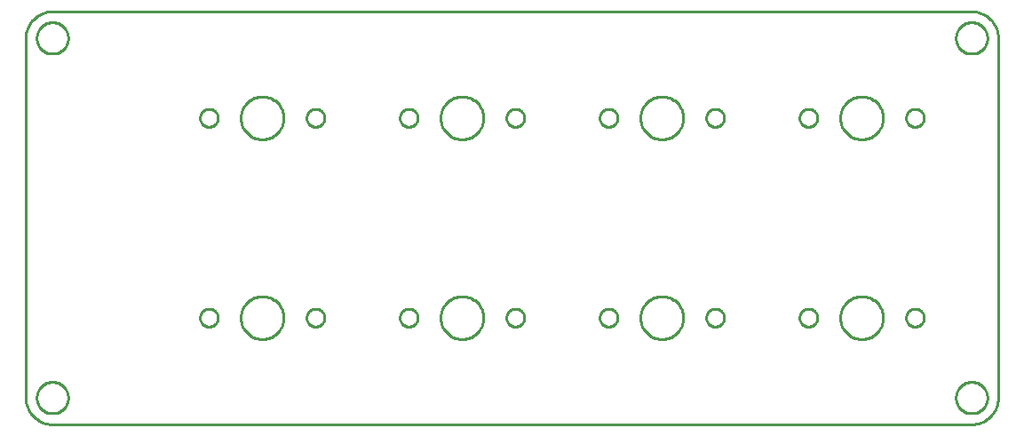
<source format=gbr>
G04 EAGLE Gerber RS-274X export*
G75*
%MOMM*%
%FSLAX34Y34*%
%LPD*%
%IN*%
%IPPOS*%
%AMOC8*
5,1,8,0,0,1.08239X$1,22.5*%
G01*
%ADD10C,0.254000*%


D10*
X0Y24999D02*
X95Y22820D01*
X380Y20658D01*
X852Y18529D01*
X1508Y16449D01*
X2342Y14434D01*
X3349Y12499D01*
X4521Y10660D01*
X5849Y8930D01*
X7322Y7322D01*
X8930Y5849D01*
X10660Y4521D01*
X12499Y3349D01*
X14434Y2342D01*
X16449Y1508D01*
X18529Y852D01*
X20658Y380D01*
X22820Y95D01*
X24999Y0D01*
X901976Y0D01*
X904155Y95D01*
X906317Y380D01*
X908446Y852D01*
X910526Y1508D01*
X912541Y2342D01*
X914476Y3349D01*
X916315Y4521D01*
X918045Y5849D01*
X919653Y7322D01*
X921126Y8930D01*
X922454Y10660D01*
X923626Y12499D01*
X924633Y14434D01*
X925467Y16449D01*
X926123Y18529D01*
X926595Y20658D01*
X926880Y22820D01*
X926975Y24999D01*
X926975Y368601D01*
X926880Y370780D01*
X926595Y372942D01*
X926123Y375071D01*
X925467Y377151D01*
X924633Y379166D01*
X923626Y381101D01*
X922454Y382940D01*
X921126Y384670D01*
X919653Y386278D01*
X918045Y387751D01*
X916315Y389079D01*
X914476Y390251D01*
X912541Y391258D01*
X910526Y392092D01*
X908446Y392748D01*
X906317Y393220D01*
X904155Y393505D01*
X901976Y393600D01*
X24999Y393600D01*
X22820Y393505D01*
X20658Y393220D01*
X18529Y392748D01*
X16449Y392092D01*
X14434Y391258D01*
X12499Y390251D01*
X10660Y389079D01*
X8930Y387751D01*
X7322Y386278D01*
X5849Y384670D01*
X4521Y382940D01*
X3349Y381101D01*
X2342Y379166D01*
X1508Y377151D01*
X852Y375071D01*
X380Y372942D01*
X95Y370780D01*
X0Y368601D01*
X0Y24999D01*
X40386Y367765D02*
X40310Y366697D01*
X40157Y365638D01*
X39930Y364592D01*
X39628Y363564D01*
X39254Y362561D01*
X38809Y361588D01*
X38296Y360648D01*
X37718Y359748D01*
X37076Y358891D01*
X36375Y358082D01*
X35618Y357325D01*
X34809Y356624D01*
X33952Y355982D01*
X33052Y355404D01*
X32112Y354891D01*
X31139Y354446D01*
X30136Y354072D01*
X29109Y353770D01*
X28063Y353543D01*
X27003Y353390D01*
X25935Y353314D01*
X24865Y353314D01*
X23797Y353390D01*
X22738Y353543D01*
X21692Y353770D01*
X20664Y354072D01*
X19661Y354446D01*
X18688Y354891D01*
X17748Y355404D01*
X16848Y355982D01*
X15991Y356624D01*
X15182Y357325D01*
X14425Y358082D01*
X13724Y358891D01*
X13082Y359748D01*
X12504Y360648D01*
X11991Y361588D01*
X11546Y362561D01*
X11172Y363564D01*
X10870Y364592D01*
X10643Y365638D01*
X10490Y366697D01*
X10414Y367765D01*
X10414Y368835D01*
X10490Y369903D01*
X10643Y370963D01*
X10870Y372009D01*
X11172Y373036D01*
X11546Y374039D01*
X11991Y375012D01*
X12504Y375952D01*
X13082Y376852D01*
X13724Y377709D01*
X14425Y378518D01*
X15182Y379275D01*
X15991Y379976D01*
X16848Y380618D01*
X17748Y381196D01*
X18688Y381709D01*
X19661Y382154D01*
X20664Y382528D01*
X21692Y382830D01*
X22738Y383057D01*
X23797Y383210D01*
X24865Y383286D01*
X25935Y383286D01*
X27003Y383210D01*
X28063Y383057D01*
X29109Y382830D01*
X30136Y382528D01*
X31139Y382154D01*
X32112Y381709D01*
X33052Y381196D01*
X33952Y380618D01*
X34809Y379976D01*
X35618Y379275D01*
X36375Y378518D01*
X37076Y377709D01*
X37718Y376852D01*
X38296Y375952D01*
X38809Y375012D01*
X39254Y374039D01*
X39628Y373036D01*
X39930Y372009D01*
X40157Y370963D01*
X40310Y369903D01*
X40386Y368835D01*
X40386Y367765D01*
X40386Y24865D02*
X40310Y23797D01*
X40157Y22738D01*
X39930Y21692D01*
X39628Y20664D01*
X39254Y19661D01*
X38809Y18688D01*
X38296Y17748D01*
X37718Y16848D01*
X37076Y15991D01*
X36375Y15182D01*
X35618Y14425D01*
X34809Y13724D01*
X33952Y13082D01*
X33052Y12504D01*
X32112Y11991D01*
X31139Y11546D01*
X30136Y11172D01*
X29109Y10870D01*
X28063Y10643D01*
X27003Y10490D01*
X25935Y10414D01*
X24865Y10414D01*
X23797Y10490D01*
X22738Y10643D01*
X21692Y10870D01*
X20664Y11172D01*
X19661Y11546D01*
X18688Y11991D01*
X17748Y12504D01*
X16848Y13082D01*
X15991Y13724D01*
X15182Y14425D01*
X14425Y15182D01*
X13724Y15991D01*
X13082Y16848D01*
X12504Y17748D01*
X11991Y18688D01*
X11546Y19661D01*
X11172Y20664D01*
X10870Y21692D01*
X10643Y22738D01*
X10490Y23797D01*
X10414Y24865D01*
X10414Y25935D01*
X10490Y27003D01*
X10643Y28063D01*
X10870Y29109D01*
X11172Y30136D01*
X11546Y31139D01*
X11991Y32112D01*
X12504Y33052D01*
X13082Y33952D01*
X13724Y34809D01*
X14425Y35618D01*
X15182Y36375D01*
X15991Y37076D01*
X16848Y37718D01*
X17748Y38296D01*
X18688Y38809D01*
X19661Y39254D01*
X20664Y39628D01*
X21692Y39930D01*
X22738Y40157D01*
X23797Y40310D01*
X24865Y40386D01*
X25935Y40386D01*
X27003Y40310D01*
X28063Y40157D01*
X29109Y39930D01*
X30136Y39628D01*
X31139Y39254D01*
X32112Y38809D01*
X33052Y38296D01*
X33952Y37718D01*
X34809Y37076D01*
X35618Y36375D01*
X36375Y35618D01*
X37076Y34809D01*
X37718Y33952D01*
X38296Y33052D01*
X38809Y32112D01*
X39254Y31139D01*
X39628Y30136D01*
X39930Y29109D01*
X40157Y28063D01*
X40310Y27003D01*
X40386Y25935D01*
X40386Y24865D01*
X916686Y367765D02*
X916610Y366697D01*
X916457Y365638D01*
X916230Y364592D01*
X915928Y363564D01*
X915554Y362561D01*
X915109Y361588D01*
X914596Y360648D01*
X914018Y359748D01*
X913376Y358891D01*
X912675Y358082D01*
X911918Y357325D01*
X911109Y356624D01*
X910252Y355982D01*
X909352Y355404D01*
X908412Y354891D01*
X907439Y354446D01*
X906436Y354072D01*
X905409Y353770D01*
X904363Y353543D01*
X903303Y353390D01*
X902235Y353314D01*
X901165Y353314D01*
X900097Y353390D01*
X899038Y353543D01*
X897992Y353770D01*
X896964Y354072D01*
X895961Y354446D01*
X894988Y354891D01*
X894048Y355404D01*
X893148Y355982D01*
X892291Y356624D01*
X891482Y357325D01*
X890725Y358082D01*
X890024Y358891D01*
X889382Y359748D01*
X888804Y360648D01*
X888291Y361588D01*
X887846Y362561D01*
X887472Y363564D01*
X887170Y364592D01*
X886943Y365638D01*
X886790Y366697D01*
X886714Y367765D01*
X886714Y368835D01*
X886790Y369903D01*
X886943Y370963D01*
X887170Y372009D01*
X887472Y373036D01*
X887846Y374039D01*
X888291Y375012D01*
X888804Y375952D01*
X889382Y376852D01*
X890024Y377709D01*
X890725Y378518D01*
X891482Y379275D01*
X892291Y379976D01*
X893148Y380618D01*
X894048Y381196D01*
X894988Y381709D01*
X895961Y382154D01*
X896964Y382528D01*
X897992Y382830D01*
X899038Y383057D01*
X900097Y383210D01*
X901165Y383286D01*
X902235Y383286D01*
X903303Y383210D01*
X904363Y383057D01*
X905409Y382830D01*
X906436Y382528D01*
X907439Y382154D01*
X908412Y381709D01*
X909352Y381196D01*
X910252Y380618D01*
X911109Y379976D01*
X911918Y379275D01*
X912675Y378518D01*
X913376Y377709D01*
X914018Y376852D01*
X914596Y375952D01*
X915109Y375012D01*
X915554Y374039D01*
X915928Y373036D01*
X916230Y372009D01*
X916457Y370963D01*
X916610Y369903D01*
X916686Y368835D01*
X916686Y367765D01*
X916686Y24865D02*
X916610Y23797D01*
X916457Y22738D01*
X916230Y21692D01*
X915928Y20664D01*
X915554Y19661D01*
X915109Y18688D01*
X914596Y17748D01*
X914018Y16848D01*
X913376Y15991D01*
X912675Y15182D01*
X911918Y14425D01*
X911109Y13724D01*
X910252Y13082D01*
X909352Y12504D01*
X908412Y11991D01*
X907439Y11546D01*
X906436Y11172D01*
X905409Y10870D01*
X904363Y10643D01*
X903303Y10490D01*
X902235Y10414D01*
X901165Y10414D01*
X900097Y10490D01*
X899038Y10643D01*
X897992Y10870D01*
X896964Y11172D01*
X895961Y11546D01*
X894988Y11991D01*
X894048Y12504D01*
X893148Y13082D01*
X892291Y13724D01*
X891482Y14425D01*
X890725Y15182D01*
X890024Y15991D01*
X889382Y16848D01*
X888804Y17748D01*
X888291Y18688D01*
X887846Y19661D01*
X887472Y20664D01*
X887170Y21692D01*
X886943Y22738D01*
X886790Y23797D01*
X886714Y24865D01*
X886714Y25935D01*
X886790Y27003D01*
X886943Y28063D01*
X887170Y29109D01*
X887472Y30136D01*
X887846Y31139D01*
X888291Y32112D01*
X888804Y33052D01*
X889382Y33952D01*
X890024Y34809D01*
X890725Y35618D01*
X891482Y36375D01*
X892291Y37076D01*
X893148Y37718D01*
X894048Y38296D01*
X894988Y38809D01*
X895961Y39254D01*
X896964Y39628D01*
X897992Y39930D01*
X899038Y40157D01*
X900097Y40310D01*
X901165Y40386D01*
X902235Y40386D01*
X903303Y40310D01*
X904363Y40157D01*
X905409Y39930D01*
X906436Y39628D01*
X907439Y39254D01*
X908412Y38809D01*
X909352Y38296D01*
X910252Y37718D01*
X911109Y37076D01*
X911918Y36375D01*
X912675Y35618D01*
X913376Y34809D01*
X914018Y33952D01*
X914596Y33052D01*
X915109Y32112D01*
X915554Y31139D01*
X915928Y30136D01*
X916230Y29109D01*
X916457Y28063D01*
X916610Y27003D01*
X916686Y25935D01*
X916686Y24865D01*
X245872Y291482D02*
X245797Y290249D01*
X245648Y289022D01*
X245426Y287807D01*
X245130Y286607D01*
X244762Y285427D01*
X244324Y284272D01*
X243817Y283145D01*
X243243Y282051D01*
X242604Y280993D01*
X241902Y279976D01*
X241140Y279004D01*
X240320Y278079D01*
X239446Y277205D01*
X238521Y276386D01*
X237549Y275623D01*
X236532Y274921D01*
X235474Y274282D01*
X234380Y273708D01*
X233253Y273201D01*
X232098Y272763D01*
X230918Y272395D01*
X229718Y272099D01*
X228503Y271877D01*
X227276Y271728D01*
X226043Y271653D01*
X224807Y271653D01*
X223574Y271728D01*
X222347Y271877D01*
X221132Y272099D01*
X219932Y272395D01*
X218752Y272763D01*
X217597Y273201D01*
X216470Y273708D01*
X215376Y274282D01*
X214318Y274921D01*
X213301Y275623D01*
X212329Y276386D01*
X211404Y277205D01*
X210530Y278079D01*
X209711Y279004D01*
X208948Y279976D01*
X208246Y280993D01*
X207607Y282051D01*
X207033Y283145D01*
X206526Y284272D01*
X206088Y285427D01*
X205720Y286607D01*
X205424Y287807D01*
X205202Y289022D01*
X205053Y290249D01*
X204978Y291482D01*
X204978Y292718D01*
X205053Y293951D01*
X205202Y295178D01*
X205424Y296393D01*
X205720Y297593D01*
X206088Y298773D01*
X206526Y299928D01*
X207033Y301055D01*
X207607Y302149D01*
X208246Y303207D01*
X208948Y304224D01*
X209711Y305196D01*
X210530Y306121D01*
X211404Y306995D01*
X212329Y307815D01*
X213301Y308577D01*
X214318Y309279D01*
X215376Y309918D01*
X216470Y310492D01*
X217597Y310999D01*
X218752Y311437D01*
X219932Y311805D01*
X221132Y312101D01*
X222347Y312323D01*
X223574Y312472D01*
X224807Y312547D01*
X226043Y312547D01*
X227276Y312472D01*
X228503Y312323D01*
X229718Y312101D01*
X230918Y311805D01*
X232098Y311437D01*
X233253Y310999D01*
X234380Y310492D01*
X235474Y309918D01*
X236532Y309279D01*
X237549Y308577D01*
X238521Y307815D01*
X239446Y306995D01*
X240320Y306121D01*
X241140Y305196D01*
X241902Y304224D01*
X242604Y303207D01*
X243243Y302149D01*
X243817Y301055D01*
X244324Y299928D01*
X244762Y298773D01*
X245130Y297593D01*
X245426Y296393D01*
X245648Y295178D01*
X245797Y293951D01*
X245872Y292718D01*
X245872Y291482D01*
X183159Y291727D02*
X183094Y290985D01*
X182965Y290251D01*
X182772Y289531D01*
X182517Y288831D01*
X182202Y288156D01*
X181830Y287510D01*
X181402Y286900D01*
X180923Y286329D01*
X180396Y285802D01*
X179825Y285323D01*
X179215Y284895D01*
X178570Y284523D01*
X177894Y284208D01*
X177194Y283953D01*
X176474Y283760D01*
X175740Y283631D01*
X174998Y283566D01*
X174252Y283566D01*
X173510Y283631D01*
X172776Y283760D01*
X172056Y283953D01*
X171356Y284208D01*
X170681Y284523D01*
X170035Y284895D01*
X169425Y285323D01*
X168854Y285802D01*
X168327Y286329D01*
X167848Y286900D01*
X167420Y287510D01*
X167048Y288156D01*
X166733Y288831D01*
X166478Y289531D01*
X166285Y290251D01*
X166156Y290985D01*
X166091Y291727D01*
X166091Y292473D01*
X166156Y293215D01*
X166285Y293949D01*
X166478Y294669D01*
X166733Y295369D01*
X167048Y296045D01*
X167420Y296690D01*
X167848Y297300D01*
X168327Y297871D01*
X168854Y298398D01*
X169425Y298877D01*
X170035Y299305D01*
X170681Y299677D01*
X171356Y299992D01*
X172056Y300247D01*
X172776Y300440D01*
X173510Y300569D01*
X174252Y300634D01*
X174998Y300634D01*
X175740Y300569D01*
X176474Y300440D01*
X177194Y300247D01*
X177894Y299992D01*
X178570Y299677D01*
X179215Y299305D01*
X179825Y298877D01*
X180396Y298398D01*
X180923Y297871D01*
X181402Y297300D01*
X181830Y296690D01*
X182202Y296045D01*
X182517Y295369D01*
X182772Y294669D01*
X182965Y293949D01*
X183094Y293215D01*
X183159Y292473D01*
X183159Y291727D01*
X284759Y291727D02*
X284694Y290985D01*
X284565Y290251D01*
X284372Y289531D01*
X284117Y288831D01*
X283802Y288156D01*
X283430Y287510D01*
X283002Y286900D01*
X282523Y286329D01*
X281996Y285802D01*
X281425Y285323D01*
X280815Y284895D01*
X280170Y284523D01*
X279494Y284208D01*
X278794Y283953D01*
X278074Y283760D01*
X277340Y283631D01*
X276598Y283566D01*
X275852Y283566D01*
X275110Y283631D01*
X274376Y283760D01*
X273656Y283953D01*
X272956Y284208D01*
X272281Y284523D01*
X271635Y284895D01*
X271025Y285323D01*
X270454Y285802D01*
X269927Y286329D01*
X269448Y286900D01*
X269020Y287510D01*
X268648Y288156D01*
X268333Y288831D01*
X268078Y289531D01*
X267885Y290251D01*
X267756Y290985D01*
X267691Y291727D01*
X267691Y292473D01*
X267756Y293215D01*
X267885Y293949D01*
X268078Y294669D01*
X268333Y295369D01*
X268648Y296045D01*
X269020Y296690D01*
X269448Y297300D01*
X269927Y297871D01*
X270454Y298398D01*
X271025Y298877D01*
X271635Y299305D01*
X272281Y299677D01*
X272956Y299992D01*
X273656Y300247D01*
X274376Y300440D01*
X275110Y300569D01*
X275852Y300634D01*
X276598Y300634D01*
X277340Y300569D01*
X278074Y300440D01*
X278794Y300247D01*
X279494Y299992D01*
X280170Y299677D01*
X280815Y299305D01*
X281425Y298877D01*
X281996Y298398D01*
X282523Y297871D01*
X283002Y297300D01*
X283430Y296690D01*
X283802Y296045D01*
X284117Y295369D01*
X284372Y294669D01*
X284565Y293949D01*
X284694Y293215D01*
X284759Y292473D01*
X284759Y291727D01*
X436372Y291482D02*
X436297Y290249D01*
X436148Y289022D01*
X435926Y287807D01*
X435630Y286607D01*
X435262Y285427D01*
X434824Y284272D01*
X434317Y283145D01*
X433743Y282051D01*
X433104Y280993D01*
X432402Y279976D01*
X431640Y279004D01*
X430820Y278079D01*
X429946Y277205D01*
X429021Y276386D01*
X428049Y275623D01*
X427032Y274921D01*
X425974Y274282D01*
X424880Y273708D01*
X423753Y273201D01*
X422598Y272763D01*
X421418Y272395D01*
X420218Y272099D01*
X419003Y271877D01*
X417776Y271728D01*
X416543Y271653D01*
X415307Y271653D01*
X414074Y271728D01*
X412847Y271877D01*
X411632Y272099D01*
X410432Y272395D01*
X409252Y272763D01*
X408097Y273201D01*
X406970Y273708D01*
X405876Y274282D01*
X404818Y274921D01*
X403801Y275623D01*
X402829Y276386D01*
X401904Y277205D01*
X401030Y278079D01*
X400211Y279004D01*
X399448Y279976D01*
X398746Y280993D01*
X398107Y282051D01*
X397533Y283145D01*
X397026Y284272D01*
X396588Y285427D01*
X396220Y286607D01*
X395924Y287807D01*
X395702Y289022D01*
X395553Y290249D01*
X395478Y291482D01*
X395478Y292718D01*
X395553Y293951D01*
X395702Y295178D01*
X395924Y296393D01*
X396220Y297593D01*
X396588Y298773D01*
X397026Y299928D01*
X397533Y301055D01*
X398107Y302149D01*
X398746Y303207D01*
X399448Y304224D01*
X400211Y305196D01*
X401030Y306121D01*
X401904Y306995D01*
X402829Y307815D01*
X403801Y308577D01*
X404818Y309279D01*
X405876Y309918D01*
X406970Y310492D01*
X408097Y310999D01*
X409252Y311437D01*
X410432Y311805D01*
X411632Y312101D01*
X412847Y312323D01*
X414074Y312472D01*
X415307Y312547D01*
X416543Y312547D01*
X417776Y312472D01*
X419003Y312323D01*
X420218Y312101D01*
X421418Y311805D01*
X422598Y311437D01*
X423753Y310999D01*
X424880Y310492D01*
X425974Y309918D01*
X427032Y309279D01*
X428049Y308577D01*
X429021Y307815D01*
X429946Y306995D01*
X430820Y306121D01*
X431640Y305196D01*
X432402Y304224D01*
X433104Y303207D01*
X433743Y302149D01*
X434317Y301055D01*
X434824Y299928D01*
X435262Y298773D01*
X435630Y297593D01*
X435926Y296393D01*
X436148Y295178D01*
X436297Y293951D01*
X436372Y292718D01*
X436372Y291482D01*
X373659Y291727D02*
X373594Y290985D01*
X373465Y290251D01*
X373272Y289531D01*
X373017Y288831D01*
X372702Y288156D01*
X372330Y287510D01*
X371902Y286900D01*
X371423Y286329D01*
X370896Y285802D01*
X370325Y285323D01*
X369715Y284895D01*
X369070Y284523D01*
X368394Y284208D01*
X367694Y283953D01*
X366974Y283760D01*
X366240Y283631D01*
X365498Y283566D01*
X364752Y283566D01*
X364010Y283631D01*
X363276Y283760D01*
X362556Y283953D01*
X361856Y284208D01*
X361181Y284523D01*
X360535Y284895D01*
X359925Y285323D01*
X359354Y285802D01*
X358827Y286329D01*
X358348Y286900D01*
X357920Y287510D01*
X357548Y288156D01*
X357233Y288831D01*
X356978Y289531D01*
X356785Y290251D01*
X356656Y290985D01*
X356591Y291727D01*
X356591Y292473D01*
X356656Y293215D01*
X356785Y293949D01*
X356978Y294669D01*
X357233Y295369D01*
X357548Y296045D01*
X357920Y296690D01*
X358348Y297300D01*
X358827Y297871D01*
X359354Y298398D01*
X359925Y298877D01*
X360535Y299305D01*
X361181Y299677D01*
X361856Y299992D01*
X362556Y300247D01*
X363276Y300440D01*
X364010Y300569D01*
X364752Y300634D01*
X365498Y300634D01*
X366240Y300569D01*
X366974Y300440D01*
X367694Y300247D01*
X368394Y299992D01*
X369070Y299677D01*
X369715Y299305D01*
X370325Y298877D01*
X370896Y298398D01*
X371423Y297871D01*
X371902Y297300D01*
X372330Y296690D01*
X372702Y296045D01*
X373017Y295369D01*
X373272Y294669D01*
X373465Y293949D01*
X373594Y293215D01*
X373659Y292473D01*
X373659Y291727D01*
X475259Y291727D02*
X475194Y290985D01*
X475065Y290251D01*
X474872Y289531D01*
X474617Y288831D01*
X474302Y288156D01*
X473930Y287510D01*
X473502Y286900D01*
X473023Y286329D01*
X472496Y285802D01*
X471925Y285323D01*
X471315Y284895D01*
X470670Y284523D01*
X469994Y284208D01*
X469294Y283953D01*
X468574Y283760D01*
X467840Y283631D01*
X467098Y283566D01*
X466352Y283566D01*
X465610Y283631D01*
X464876Y283760D01*
X464156Y283953D01*
X463456Y284208D01*
X462781Y284523D01*
X462135Y284895D01*
X461525Y285323D01*
X460954Y285802D01*
X460427Y286329D01*
X459948Y286900D01*
X459520Y287510D01*
X459148Y288156D01*
X458833Y288831D01*
X458578Y289531D01*
X458385Y290251D01*
X458256Y290985D01*
X458191Y291727D01*
X458191Y292473D01*
X458256Y293215D01*
X458385Y293949D01*
X458578Y294669D01*
X458833Y295369D01*
X459148Y296045D01*
X459520Y296690D01*
X459948Y297300D01*
X460427Y297871D01*
X460954Y298398D01*
X461525Y298877D01*
X462135Y299305D01*
X462781Y299677D01*
X463456Y299992D01*
X464156Y300247D01*
X464876Y300440D01*
X465610Y300569D01*
X466352Y300634D01*
X467098Y300634D01*
X467840Y300569D01*
X468574Y300440D01*
X469294Y300247D01*
X469994Y299992D01*
X470670Y299677D01*
X471315Y299305D01*
X471925Y298877D01*
X472496Y298398D01*
X473023Y297871D01*
X473502Y297300D01*
X473930Y296690D01*
X474302Y296045D01*
X474617Y295369D01*
X474872Y294669D01*
X475065Y293949D01*
X475194Y293215D01*
X475259Y292473D01*
X475259Y291727D01*
X626872Y291482D02*
X626797Y290249D01*
X626648Y289022D01*
X626426Y287807D01*
X626130Y286607D01*
X625762Y285427D01*
X625324Y284272D01*
X624817Y283145D01*
X624243Y282051D01*
X623604Y280993D01*
X622902Y279976D01*
X622140Y279004D01*
X621320Y278079D01*
X620446Y277205D01*
X619521Y276386D01*
X618549Y275623D01*
X617532Y274921D01*
X616474Y274282D01*
X615380Y273708D01*
X614253Y273201D01*
X613098Y272763D01*
X611918Y272395D01*
X610718Y272099D01*
X609503Y271877D01*
X608276Y271728D01*
X607043Y271653D01*
X605807Y271653D01*
X604574Y271728D01*
X603347Y271877D01*
X602132Y272099D01*
X600932Y272395D01*
X599752Y272763D01*
X598597Y273201D01*
X597470Y273708D01*
X596376Y274282D01*
X595318Y274921D01*
X594301Y275623D01*
X593329Y276386D01*
X592404Y277205D01*
X591530Y278079D01*
X590711Y279004D01*
X589948Y279976D01*
X589246Y280993D01*
X588607Y282051D01*
X588033Y283145D01*
X587526Y284272D01*
X587088Y285427D01*
X586720Y286607D01*
X586424Y287807D01*
X586202Y289022D01*
X586053Y290249D01*
X585978Y291482D01*
X585978Y292718D01*
X586053Y293951D01*
X586202Y295178D01*
X586424Y296393D01*
X586720Y297593D01*
X587088Y298773D01*
X587526Y299928D01*
X588033Y301055D01*
X588607Y302149D01*
X589246Y303207D01*
X589948Y304224D01*
X590711Y305196D01*
X591530Y306121D01*
X592404Y306995D01*
X593329Y307815D01*
X594301Y308577D01*
X595318Y309279D01*
X596376Y309918D01*
X597470Y310492D01*
X598597Y310999D01*
X599752Y311437D01*
X600932Y311805D01*
X602132Y312101D01*
X603347Y312323D01*
X604574Y312472D01*
X605807Y312547D01*
X607043Y312547D01*
X608276Y312472D01*
X609503Y312323D01*
X610718Y312101D01*
X611918Y311805D01*
X613098Y311437D01*
X614253Y310999D01*
X615380Y310492D01*
X616474Y309918D01*
X617532Y309279D01*
X618549Y308577D01*
X619521Y307815D01*
X620446Y306995D01*
X621320Y306121D01*
X622140Y305196D01*
X622902Y304224D01*
X623604Y303207D01*
X624243Y302149D01*
X624817Y301055D01*
X625324Y299928D01*
X625762Y298773D01*
X626130Y297593D01*
X626426Y296393D01*
X626648Y295178D01*
X626797Y293951D01*
X626872Y292718D01*
X626872Y291482D01*
X564159Y291727D02*
X564094Y290985D01*
X563965Y290251D01*
X563772Y289531D01*
X563517Y288831D01*
X563202Y288156D01*
X562830Y287510D01*
X562402Y286900D01*
X561923Y286329D01*
X561396Y285802D01*
X560825Y285323D01*
X560215Y284895D01*
X559570Y284523D01*
X558894Y284208D01*
X558194Y283953D01*
X557474Y283760D01*
X556740Y283631D01*
X555998Y283566D01*
X555252Y283566D01*
X554510Y283631D01*
X553776Y283760D01*
X553056Y283953D01*
X552356Y284208D01*
X551681Y284523D01*
X551035Y284895D01*
X550425Y285323D01*
X549854Y285802D01*
X549327Y286329D01*
X548848Y286900D01*
X548420Y287510D01*
X548048Y288156D01*
X547733Y288831D01*
X547478Y289531D01*
X547285Y290251D01*
X547156Y290985D01*
X547091Y291727D01*
X547091Y292473D01*
X547156Y293215D01*
X547285Y293949D01*
X547478Y294669D01*
X547733Y295369D01*
X548048Y296045D01*
X548420Y296690D01*
X548848Y297300D01*
X549327Y297871D01*
X549854Y298398D01*
X550425Y298877D01*
X551035Y299305D01*
X551681Y299677D01*
X552356Y299992D01*
X553056Y300247D01*
X553776Y300440D01*
X554510Y300569D01*
X555252Y300634D01*
X555998Y300634D01*
X556740Y300569D01*
X557474Y300440D01*
X558194Y300247D01*
X558894Y299992D01*
X559570Y299677D01*
X560215Y299305D01*
X560825Y298877D01*
X561396Y298398D01*
X561923Y297871D01*
X562402Y297300D01*
X562830Y296690D01*
X563202Y296045D01*
X563517Y295369D01*
X563772Y294669D01*
X563965Y293949D01*
X564094Y293215D01*
X564159Y292473D01*
X564159Y291727D01*
X665759Y291727D02*
X665694Y290985D01*
X665565Y290251D01*
X665372Y289531D01*
X665117Y288831D01*
X664802Y288156D01*
X664430Y287510D01*
X664002Y286900D01*
X663523Y286329D01*
X662996Y285802D01*
X662425Y285323D01*
X661815Y284895D01*
X661170Y284523D01*
X660494Y284208D01*
X659794Y283953D01*
X659074Y283760D01*
X658340Y283631D01*
X657598Y283566D01*
X656852Y283566D01*
X656110Y283631D01*
X655376Y283760D01*
X654656Y283953D01*
X653956Y284208D01*
X653281Y284523D01*
X652635Y284895D01*
X652025Y285323D01*
X651454Y285802D01*
X650927Y286329D01*
X650448Y286900D01*
X650020Y287510D01*
X649648Y288156D01*
X649333Y288831D01*
X649078Y289531D01*
X648885Y290251D01*
X648756Y290985D01*
X648691Y291727D01*
X648691Y292473D01*
X648756Y293215D01*
X648885Y293949D01*
X649078Y294669D01*
X649333Y295369D01*
X649648Y296045D01*
X650020Y296690D01*
X650448Y297300D01*
X650927Y297871D01*
X651454Y298398D01*
X652025Y298877D01*
X652635Y299305D01*
X653281Y299677D01*
X653956Y299992D01*
X654656Y300247D01*
X655376Y300440D01*
X656110Y300569D01*
X656852Y300634D01*
X657598Y300634D01*
X658340Y300569D01*
X659074Y300440D01*
X659794Y300247D01*
X660494Y299992D01*
X661170Y299677D01*
X661815Y299305D01*
X662425Y298877D01*
X662996Y298398D01*
X663523Y297871D01*
X664002Y297300D01*
X664430Y296690D01*
X664802Y296045D01*
X665117Y295369D01*
X665372Y294669D01*
X665565Y293949D01*
X665694Y293215D01*
X665759Y292473D01*
X665759Y291727D01*
X817372Y291482D02*
X817297Y290249D01*
X817148Y289022D01*
X816926Y287807D01*
X816630Y286607D01*
X816262Y285427D01*
X815824Y284272D01*
X815317Y283145D01*
X814743Y282051D01*
X814104Y280993D01*
X813402Y279976D01*
X812640Y279004D01*
X811820Y278079D01*
X810946Y277205D01*
X810021Y276386D01*
X809049Y275623D01*
X808032Y274921D01*
X806974Y274282D01*
X805880Y273708D01*
X804753Y273201D01*
X803598Y272763D01*
X802418Y272395D01*
X801218Y272099D01*
X800003Y271877D01*
X798776Y271728D01*
X797543Y271653D01*
X796307Y271653D01*
X795074Y271728D01*
X793847Y271877D01*
X792632Y272099D01*
X791432Y272395D01*
X790252Y272763D01*
X789097Y273201D01*
X787970Y273708D01*
X786876Y274282D01*
X785818Y274921D01*
X784801Y275623D01*
X783829Y276386D01*
X782904Y277205D01*
X782030Y278079D01*
X781211Y279004D01*
X780448Y279976D01*
X779746Y280993D01*
X779107Y282051D01*
X778533Y283145D01*
X778026Y284272D01*
X777588Y285427D01*
X777220Y286607D01*
X776924Y287807D01*
X776702Y289022D01*
X776553Y290249D01*
X776478Y291482D01*
X776478Y292718D01*
X776553Y293951D01*
X776702Y295178D01*
X776924Y296393D01*
X777220Y297593D01*
X777588Y298773D01*
X778026Y299928D01*
X778533Y301055D01*
X779107Y302149D01*
X779746Y303207D01*
X780448Y304224D01*
X781211Y305196D01*
X782030Y306121D01*
X782904Y306995D01*
X783829Y307815D01*
X784801Y308577D01*
X785818Y309279D01*
X786876Y309918D01*
X787970Y310492D01*
X789097Y310999D01*
X790252Y311437D01*
X791432Y311805D01*
X792632Y312101D01*
X793847Y312323D01*
X795074Y312472D01*
X796307Y312547D01*
X797543Y312547D01*
X798776Y312472D01*
X800003Y312323D01*
X801218Y312101D01*
X802418Y311805D01*
X803598Y311437D01*
X804753Y310999D01*
X805880Y310492D01*
X806974Y309918D01*
X808032Y309279D01*
X809049Y308577D01*
X810021Y307815D01*
X810946Y306995D01*
X811820Y306121D01*
X812640Y305196D01*
X813402Y304224D01*
X814104Y303207D01*
X814743Y302149D01*
X815317Y301055D01*
X815824Y299928D01*
X816262Y298773D01*
X816630Y297593D01*
X816926Y296393D01*
X817148Y295178D01*
X817297Y293951D01*
X817372Y292718D01*
X817372Y291482D01*
X754659Y291727D02*
X754594Y290985D01*
X754465Y290251D01*
X754272Y289531D01*
X754017Y288831D01*
X753702Y288156D01*
X753330Y287510D01*
X752902Y286900D01*
X752423Y286329D01*
X751896Y285802D01*
X751325Y285323D01*
X750715Y284895D01*
X750070Y284523D01*
X749394Y284208D01*
X748694Y283953D01*
X747974Y283760D01*
X747240Y283631D01*
X746498Y283566D01*
X745752Y283566D01*
X745010Y283631D01*
X744276Y283760D01*
X743556Y283953D01*
X742856Y284208D01*
X742181Y284523D01*
X741535Y284895D01*
X740925Y285323D01*
X740354Y285802D01*
X739827Y286329D01*
X739348Y286900D01*
X738920Y287510D01*
X738548Y288156D01*
X738233Y288831D01*
X737978Y289531D01*
X737785Y290251D01*
X737656Y290985D01*
X737591Y291727D01*
X737591Y292473D01*
X737656Y293215D01*
X737785Y293949D01*
X737978Y294669D01*
X738233Y295369D01*
X738548Y296045D01*
X738920Y296690D01*
X739348Y297300D01*
X739827Y297871D01*
X740354Y298398D01*
X740925Y298877D01*
X741535Y299305D01*
X742181Y299677D01*
X742856Y299992D01*
X743556Y300247D01*
X744276Y300440D01*
X745010Y300569D01*
X745752Y300634D01*
X746498Y300634D01*
X747240Y300569D01*
X747974Y300440D01*
X748694Y300247D01*
X749394Y299992D01*
X750070Y299677D01*
X750715Y299305D01*
X751325Y298877D01*
X751896Y298398D01*
X752423Y297871D01*
X752902Y297300D01*
X753330Y296690D01*
X753702Y296045D01*
X754017Y295369D01*
X754272Y294669D01*
X754465Y293949D01*
X754594Y293215D01*
X754659Y292473D01*
X754659Y291727D01*
X856259Y291727D02*
X856194Y290985D01*
X856065Y290251D01*
X855872Y289531D01*
X855617Y288831D01*
X855302Y288156D01*
X854930Y287510D01*
X854502Y286900D01*
X854023Y286329D01*
X853496Y285802D01*
X852925Y285323D01*
X852315Y284895D01*
X851670Y284523D01*
X850994Y284208D01*
X850294Y283953D01*
X849574Y283760D01*
X848840Y283631D01*
X848098Y283566D01*
X847352Y283566D01*
X846610Y283631D01*
X845876Y283760D01*
X845156Y283953D01*
X844456Y284208D01*
X843781Y284523D01*
X843135Y284895D01*
X842525Y285323D01*
X841954Y285802D01*
X841427Y286329D01*
X840948Y286900D01*
X840520Y287510D01*
X840148Y288156D01*
X839833Y288831D01*
X839578Y289531D01*
X839385Y290251D01*
X839256Y290985D01*
X839191Y291727D01*
X839191Y292473D01*
X839256Y293215D01*
X839385Y293949D01*
X839578Y294669D01*
X839833Y295369D01*
X840148Y296045D01*
X840520Y296690D01*
X840948Y297300D01*
X841427Y297871D01*
X841954Y298398D01*
X842525Y298877D01*
X843135Y299305D01*
X843781Y299677D01*
X844456Y299992D01*
X845156Y300247D01*
X845876Y300440D01*
X846610Y300569D01*
X847352Y300634D01*
X848098Y300634D01*
X848840Y300569D01*
X849574Y300440D01*
X850294Y300247D01*
X850994Y299992D01*
X851670Y299677D01*
X852315Y299305D01*
X852925Y298877D01*
X853496Y298398D01*
X854023Y297871D01*
X854502Y297300D01*
X854930Y296690D01*
X855302Y296045D01*
X855617Y295369D01*
X855872Y294669D01*
X856065Y293949D01*
X856194Y293215D01*
X856259Y292473D01*
X856259Y291727D01*
X245872Y100982D02*
X245797Y99749D01*
X245648Y98522D01*
X245426Y97307D01*
X245130Y96107D01*
X244762Y94927D01*
X244324Y93772D01*
X243817Y92645D01*
X243243Y91551D01*
X242604Y90493D01*
X241902Y89476D01*
X241140Y88504D01*
X240320Y87579D01*
X239446Y86705D01*
X238521Y85886D01*
X237549Y85123D01*
X236532Y84421D01*
X235474Y83782D01*
X234380Y83208D01*
X233253Y82701D01*
X232098Y82263D01*
X230918Y81895D01*
X229718Y81599D01*
X228503Y81377D01*
X227276Y81228D01*
X226043Y81153D01*
X224807Y81153D01*
X223574Y81228D01*
X222347Y81377D01*
X221132Y81599D01*
X219932Y81895D01*
X218752Y82263D01*
X217597Y82701D01*
X216470Y83208D01*
X215376Y83782D01*
X214318Y84421D01*
X213301Y85123D01*
X212329Y85886D01*
X211404Y86705D01*
X210530Y87579D01*
X209711Y88504D01*
X208948Y89476D01*
X208246Y90493D01*
X207607Y91551D01*
X207033Y92645D01*
X206526Y93772D01*
X206088Y94927D01*
X205720Y96107D01*
X205424Y97307D01*
X205202Y98522D01*
X205053Y99749D01*
X204978Y100982D01*
X204978Y102218D01*
X205053Y103451D01*
X205202Y104678D01*
X205424Y105893D01*
X205720Y107093D01*
X206088Y108273D01*
X206526Y109428D01*
X207033Y110555D01*
X207607Y111649D01*
X208246Y112707D01*
X208948Y113724D01*
X209711Y114696D01*
X210530Y115621D01*
X211404Y116495D01*
X212329Y117315D01*
X213301Y118077D01*
X214318Y118779D01*
X215376Y119418D01*
X216470Y119992D01*
X217597Y120499D01*
X218752Y120937D01*
X219932Y121305D01*
X221132Y121601D01*
X222347Y121823D01*
X223574Y121972D01*
X224807Y122047D01*
X226043Y122047D01*
X227276Y121972D01*
X228503Y121823D01*
X229718Y121601D01*
X230918Y121305D01*
X232098Y120937D01*
X233253Y120499D01*
X234380Y119992D01*
X235474Y119418D01*
X236532Y118779D01*
X237549Y118077D01*
X238521Y117315D01*
X239446Y116495D01*
X240320Y115621D01*
X241140Y114696D01*
X241902Y113724D01*
X242604Y112707D01*
X243243Y111649D01*
X243817Y110555D01*
X244324Y109428D01*
X244762Y108273D01*
X245130Y107093D01*
X245426Y105893D01*
X245648Y104678D01*
X245797Y103451D01*
X245872Y102218D01*
X245872Y100982D01*
X183159Y101227D02*
X183094Y100485D01*
X182965Y99751D01*
X182772Y99031D01*
X182517Y98331D01*
X182202Y97656D01*
X181830Y97010D01*
X181402Y96400D01*
X180923Y95829D01*
X180396Y95302D01*
X179825Y94823D01*
X179215Y94395D01*
X178570Y94023D01*
X177894Y93708D01*
X177194Y93453D01*
X176474Y93260D01*
X175740Y93131D01*
X174998Y93066D01*
X174252Y93066D01*
X173510Y93131D01*
X172776Y93260D01*
X172056Y93453D01*
X171356Y93708D01*
X170681Y94023D01*
X170035Y94395D01*
X169425Y94823D01*
X168854Y95302D01*
X168327Y95829D01*
X167848Y96400D01*
X167420Y97010D01*
X167048Y97656D01*
X166733Y98331D01*
X166478Y99031D01*
X166285Y99751D01*
X166156Y100485D01*
X166091Y101227D01*
X166091Y101973D01*
X166156Y102715D01*
X166285Y103449D01*
X166478Y104169D01*
X166733Y104869D01*
X167048Y105545D01*
X167420Y106190D01*
X167848Y106800D01*
X168327Y107371D01*
X168854Y107898D01*
X169425Y108377D01*
X170035Y108805D01*
X170681Y109177D01*
X171356Y109492D01*
X172056Y109747D01*
X172776Y109940D01*
X173510Y110069D01*
X174252Y110134D01*
X174998Y110134D01*
X175740Y110069D01*
X176474Y109940D01*
X177194Y109747D01*
X177894Y109492D01*
X178570Y109177D01*
X179215Y108805D01*
X179825Y108377D01*
X180396Y107898D01*
X180923Y107371D01*
X181402Y106800D01*
X181830Y106190D01*
X182202Y105545D01*
X182517Y104869D01*
X182772Y104169D01*
X182965Y103449D01*
X183094Y102715D01*
X183159Y101973D01*
X183159Y101227D01*
X284759Y101227D02*
X284694Y100485D01*
X284565Y99751D01*
X284372Y99031D01*
X284117Y98331D01*
X283802Y97656D01*
X283430Y97010D01*
X283002Y96400D01*
X282523Y95829D01*
X281996Y95302D01*
X281425Y94823D01*
X280815Y94395D01*
X280170Y94023D01*
X279494Y93708D01*
X278794Y93453D01*
X278074Y93260D01*
X277340Y93131D01*
X276598Y93066D01*
X275852Y93066D01*
X275110Y93131D01*
X274376Y93260D01*
X273656Y93453D01*
X272956Y93708D01*
X272281Y94023D01*
X271635Y94395D01*
X271025Y94823D01*
X270454Y95302D01*
X269927Y95829D01*
X269448Y96400D01*
X269020Y97010D01*
X268648Y97656D01*
X268333Y98331D01*
X268078Y99031D01*
X267885Y99751D01*
X267756Y100485D01*
X267691Y101227D01*
X267691Y101973D01*
X267756Y102715D01*
X267885Y103449D01*
X268078Y104169D01*
X268333Y104869D01*
X268648Y105545D01*
X269020Y106190D01*
X269448Y106800D01*
X269927Y107371D01*
X270454Y107898D01*
X271025Y108377D01*
X271635Y108805D01*
X272281Y109177D01*
X272956Y109492D01*
X273656Y109747D01*
X274376Y109940D01*
X275110Y110069D01*
X275852Y110134D01*
X276598Y110134D01*
X277340Y110069D01*
X278074Y109940D01*
X278794Y109747D01*
X279494Y109492D01*
X280170Y109177D01*
X280815Y108805D01*
X281425Y108377D01*
X281996Y107898D01*
X282523Y107371D01*
X283002Y106800D01*
X283430Y106190D01*
X283802Y105545D01*
X284117Y104869D01*
X284372Y104169D01*
X284565Y103449D01*
X284694Y102715D01*
X284759Y101973D01*
X284759Y101227D01*
X436372Y100982D02*
X436297Y99749D01*
X436148Y98522D01*
X435926Y97307D01*
X435630Y96107D01*
X435262Y94927D01*
X434824Y93772D01*
X434317Y92645D01*
X433743Y91551D01*
X433104Y90493D01*
X432402Y89476D01*
X431640Y88504D01*
X430820Y87579D01*
X429946Y86705D01*
X429021Y85886D01*
X428049Y85123D01*
X427032Y84421D01*
X425974Y83782D01*
X424880Y83208D01*
X423753Y82701D01*
X422598Y82263D01*
X421418Y81895D01*
X420218Y81599D01*
X419003Y81377D01*
X417776Y81228D01*
X416543Y81153D01*
X415307Y81153D01*
X414074Y81228D01*
X412847Y81377D01*
X411632Y81599D01*
X410432Y81895D01*
X409252Y82263D01*
X408097Y82701D01*
X406970Y83208D01*
X405876Y83782D01*
X404818Y84421D01*
X403801Y85123D01*
X402829Y85886D01*
X401904Y86705D01*
X401030Y87579D01*
X400211Y88504D01*
X399448Y89476D01*
X398746Y90493D01*
X398107Y91551D01*
X397533Y92645D01*
X397026Y93772D01*
X396588Y94927D01*
X396220Y96107D01*
X395924Y97307D01*
X395702Y98522D01*
X395553Y99749D01*
X395478Y100982D01*
X395478Y102218D01*
X395553Y103451D01*
X395702Y104678D01*
X395924Y105893D01*
X396220Y107093D01*
X396588Y108273D01*
X397026Y109428D01*
X397533Y110555D01*
X398107Y111649D01*
X398746Y112707D01*
X399448Y113724D01*
X400211Y114696D01*
X401030Y115621D01*
X401904Y116495D01*
X402829Y117315D01*
X403801Y118077D01*
X404818Y118779D01*
X405876Y119418D01*
X406970Y119992D01*
X408097Y120499D01*
X409252Y120937D01*
X410432Y121305D01*
X411632Y121601D01*
X412847Y121823D01*
X414074Y121972D01*
X415307Y122047D01*
X416543Y122047D01*
X417776Y121972D01*
X419003Y121823D01*
X420218Y121601D01*
X421418Y121305D01*
X422598Y120937D01*
X423753Y120499D01*
X424880Y119992D01*
X425974Y119418D01*
X427032Y118779D01*
X428049Y118077D01*
X429021Y117315D01*
X429946Y116495D01*
X430820Y115621D01*
X431640Y114696D01*
X432402Y113724D01*
X433104Y112707D01*
X433743Y111649D01*
X434317Y110555D01*
X434824Y109428D01*
X435262Y108273D01*
X435630Y107093D01*
X435926Y105893D01*
X436148Y104678D01*
X436297Y103451D01*
X436372Y102218D01*
X436372Y100982D01*
X373659Y101227D02*
X373594Y100485D01*
X373465Y99751D01*
X373272Y99031D01*
X373017Y98331D01*
X372702Y97656D01*
X372330Y97010D01*
X371902Y96400D01*
X371423Y95829D01*
X370896Y95302D01*
X370325Y94823D01*
X369715Y94395D01*
X369070Y94023D01*
X368394Y93708D01*
X367694Y93453D01*
X366974Y93260D01*
X366240Y93131D01*
X365498Y93066D01*
X364752Y93066D01*
X364010Y93131D01*
X363276Y93260D01*
X362556Y93453D01*
X361856Y93708D01*
X361181Y94023D01*
X360535Y94395D01*
X359925Y94823D01*
X359354Y95302D01*
X358827Y95829D01*
X358348Y96400D01*
X357920Y97010D01*
X357548Y97656D01*
X357233Y98331D01*
X356978Y99031D01*
X356785Y99751D01*
X356656Y100485D01*
X356591Y101227D01*
X356591Y101973D01*
X356656Y102715D01*
X356785Y103449D01*
X356978Y104169D01*
X357233Y104869D01*
X357548Y105545D01*
X357920Y106190D01*
X358348Y106800D01*
X358827Y107371D01*
X359354Y107898D01*
X359925Y108377D01*
X360535Y108805D01*
X361181Y109177D01*
X361856Y109492D01*
X362556Y109747D01*
X363276Y109940D01*
X364010Y110069D01*
X364752Y110134D01*
X365498Y110134D01*
X366240Y110069D01*
X366974Y109940D01*
X367694Y109747D01*
X368394Y109492D01*
X369070Y109177D01*
X369715Y108805D01*
X370325Y108377D01*
X370896Y107898D01*
X371423Y107371D01*
X371902Y106800D01*
X372330Y106190D01*
X372702Y105545D01*
X373017Y104869D01*
X373272Y104169D01*
X373465Y103449D01*
X373594Y102715D01*
X373659Y101973D01*
X373659Y101227D01*
X475259Y101227D02*
X475194Y100485D01*
X475065Y99751D01*
X474872Y99031D01*
X474617Y98331D01*
X474302Y97656D01*
X473930Y97010D01*
X473502Y96400D01*
X473023Y95829D01*
X472496Y95302D01*
X471925Y94823D01*
X471315Y94395D01*
X470670Y94023D01*
X469994Y93708D01*
X469294Y93453D01*
X468574Y93260D01*
X467840Y93131D01*
X467098Y93066D01*
X466352Y93066D01*
X465610Y93131D01*
X464876Y93260D01*
X464156Y93453D01*
X463456Y93708D01*
X462781Y94023D01*
X462135Y94395D01*
X461525Y94823D01*
X460954Y95302D01*
X460427Y95829D01*
X459948Y96400D01*
X459520Y97010D01*
X459148Y97656D01*
X458833Y98331D01*
X458578Y99031D01*
X458385Y99751D01*
X458256Y100485D01*
X458191Y101227D01*
X458191Y101973D01*
X458256Y102715D01*
X458385Y103449D01*
X458578Y104169D01*
X458833Y104869D01*
X459148Y105545D01*
X459520Y106190D01*
X459948Y106800D01*
X460427Y107371D01*
X460954Y107898D01*
X461525Y108377D01*
X462135Y108805D01*
X462781Y109177D01*
X463456Y109492D01*
X464156Y109747D01*
X464876Y109940D01*
X465610Y110069D01*
X466352Y110134D01*
X467098Y110134D01*
X467840Y110069D01*
X468574Y109940D01*
X469294Y109747D01*
X469994Y109492D01*
X470670Y109177D01*
X471315Y108805D01*
X471925Y108377D01*
X472496Y107898D01*
X473023Y107371D01*
X473502Y106800D01*
X473930Y106190D01*
X474302Y105545D01*
X474617Y104869D01*
X474872Y104169D01*
X475065Y103449D01*
X475194Y102715D01*
X475259Y101973D01*
X475259Y101227D01*
X626872Y100982D02*
X626797Y99749D01*
X626648Y98522D01*
X626426Y97307D01*
X626130Y96107D01*
X625762Y94927D01*
X625324Y93772D01*
X624817Y92645D01*
X624243Y91551D01*
X623604Y90493D01*
X622902Y89476D01*
X622140Y88504D01*
X621320Y87579D01*
X620446Y86705D01*
X619521Y85886D01*
X618549Y85123D01*
X617532Y84421D01*
X616474Y83782D01*
X615380Y83208D01*
X614253Y82701D01*
X613098Y82263D01*
X611918Y81895D01*
X610718Y81599D01*
X609503Y81377D01*
X608276Y81228D01*
X607043Y81153D01*
X605807Y81153D01*
X604574Y81228D01*
X603347Y81377D01*
X602132Y81599D01*
X600932Y81895D01*
X599752Y82263D01*
X598597Y82701D01*
X597470Y83208D01*
X596376Y83782D01*
X595318Y84421D01*
X594301Y85123D01*
X593329Y85886D01*
X592404Y86705D01*
X591530Y87579D01*
X590711Y88504D01*
X589948Y89476D01*
X589246Y90493D01*
X588607Y91551D01*
X588033Y92645D01*
X587526Y93772D01*
X587088Y94927D01*
X586720Y96107D01*
X586424Y97307D01*
X586202Y98522D01*
X586053Y99749D01*
X585978Y100982D01*
X585978Y102218D01*
X586053Y103451D01*
X586202Y104678D01*
X586424Y105893D01*
X586720Y107093D01*
X587088Y108273D01*
X587526Y109428D01*
X588033Y110555D01*
X588607Y111649D01*
X589246Y112707D01*
X589948Y113724D01*
X590711Y114696D01*
X591530Y115621D01*
X592404Y116495D01*
X593329Y117315D01*
X594301Y118077D01*
X595318Y118779D01*
X596376Y119418D01*
X597470Y119992D01*
X598597Y120499D01*
X599752Y120937D01*
X600932Y121305D01*
X602132Y121601D01*
X603347Y121823D01*
X604574Y121972D01*
X605807Y122047D01*
X607043Y122047D01*
X608276Y121972D01*
X609503Y121823D01*
X610718Y121601D01*
X611918Y121305D01*
X613098Y120937D01*
X614253Y120499D01*
X615380Y119992D01*
X616474Y119418D01*
X617532Y118779D01*
X618549Y118077D01*
X619521Y117315D01*
X620446Y116495D01*
X621320Y115621D01*
X622140Y114696D01*
X622902Y113724D01*
X623604Y112707D01*
X624243Y111649D01*
X624817Y110555D01*
X625324Y109428D01*
X625762Y108273D01*
X626130Y107093D01*
X626426Y105893D01*
X626648Y104678D01*
X626797Y103451D01*
X626872Y102218D01*
X626872Y100982D01*
X564159Y101227D02*
X564094Y100485D01*
X563965Y99751D01*
X563772Y99031D01*
X563517Y98331D01*
X563202Y97656D01*
X562830Y97010D01*
X562402Y96400D01*
X561923Y95829D01*
X561396Y95302D01*
X560825Y94823D01*
X560215Y94395D01*
X559570Y94023D01*
X558894Y93708D01*
X558194Y93453D01*
X557474Y93260D01*
X556740Y93131D01*
X555998Y93066D01*
X555252Y93066D01*
X554510Y93131D01*
X553776Y93260D01*
X553056Y93453D01*
X552356Y93708D01*
X551681Y94023D01*
X551035Y94395D01*
X550425Y94823D01*
X549854Y95302D01*
X549327Y95829D01*
X548848Y96400D01*
X548420Y97010D01*
X548048Y97656D01*
X547733Y98331D01*
X547478Y99031D01*
X547285Y99751D01*
X547156Y100485D01*
X547091Y101227D01*
X547091Y101973D01*
X547156Y102715D01*
X547285Y103449D01*
X547478Y104169D01*
X547733Y104869D01*
X548048Y105545D01*
X548420Y106190D01*
X548848Y106800D01*
X549327Y107371D01*
X549854Y107898D01*
X550425Y108377D01*
X551035Y108805D01*
X551681Y109177D01*
X552356Y109492D01*
X553056Y109747D01*
X553776Y109940D01*
X554510Y110069D01*
X555252Y110134D01*
X555998Y110134D01*
X556740Y110069D01*
X557474Y109940D01*
X558194Y109747D01*
X558894Y109492D01*
X559570Y109177D01*
X560215Y108805D01*
X560825Y108377D01*
X561396Y107898D01*
X561923Y107371D01*
X562402Y106800D01*
X562830Y106190D01*
X563202Y105545D01*
X563517Y104869D01*
X563772Y104169D01*
X563965Y103449D01*
X564094Y102715D01*
X564159Y101973D01*
X564159Y101227D01*
X665759Y101227D02*
X665694Y100485D01*
X665565Y99751D01*
X665372Y99031D01*
X665117Y98331D01*
X664802Y97656D01*
X664430Y97010D01*
X664002Y96400D01*
X663523Y95829D01*
X662996Y95302D01*
X662425Y94823D01*
X661815Y94395D01*
X661170Y94023D01*
X660494Y93708D01*
X659794Y93453D01*
X659074Y93260D01*
X658340Y93131D01*
X657598Y93066D01*
X656852Y93066D01*
X656110Y93131D01*
X655376Y93260D01*
X654656Y93453D01*
X653956Y93708D01*
X653281Y94023D01*
X652635Y94395D01*
X652025Y94823D01*
X651454Y95302D01*
X650927Y95829D01*
X650448Y96400D01*
X650020Y97010D01*
X649648Y97656D01*
X649333Y98331D01*
X649078Y99031D01*
X648885Y99751D01*
X648756Y100485D01*
X648691Y101227D01*
X648691Y101973D01*
X648756Y102715D01*
X648885Y103449D01*
X649078Y104169D01*
X649333Y104869D01*
X649648Y105545D01*
X650020Y106190D01*
X650448Y106800D01*
X650927Y107371D01*
X651454Y107898D01*
X652025Y108377D01*
X652635Y108805D01*
X653281Y109177D01*
X653956Y109492D01*
X654656Y109747D01*
X655376Y109940D01*
X656110Y110069D01*
X656852Y110134D01*
X657598Y110134D01*
X658340Y110069D01*
X659074Y109940D01*
X659794Y109747D01*
X660494Y109492D01*
X661170Y109177D01*
X661815Y108805D01*
X662425Y108377D01*
X662996Y107898D01*
X663523Y107371D01*
X664002Y106800D01*
X664430Y106190D01*
X664802Y105545D01*
X665117Y104869D01*
X665372Y104169D01*
X665565Y103449D01*
X665694Y102715D01*
X665759Y101973D01*
X665759Y101227D01*
X817372Y100982D02*
X817297Y99749D01*
X817148Y98522D01*
X816926Y97307D01*
X816630Y96107D01*
X816262Y94927D01*
X815824Y93772D01*
X815317Y92645D01*
X814743Y91551D01*
X814104Y90493D01*
X813402Y89476D01*
X812640Y88504D01*
X811820Y87579D01*
X810946Y86705D01*
X810021Y85886D01*
X809049Y85123D01*
X808032Y84421D01*
X806974Y83782D01*
X805880Y83208D01*
X804753Y82701D01*
X803598Y82263D01*
X802418Y81895D01*
X801218Y81599D01*
X800003Y81377D01*
X798776Y81228D01*
X797543Y81153D01*
X796307Y81153D01*
X795074Y81228D01*
X793847Y81377D01*
X792632Y81599D01*
X791432Y81895D01*
X790252Y82263D01*
X789097Y82701D01*
X787970Y83208D01*
X786876Y83782D01*
X785818Y84421D01*
X784801Y85123D01*
X783829Y85886D01*
X782904Y86705D01*
X782030Y87579D01*
X781211Y88504D01*
X780448Y89476D01*
X779746Y90493D01*
X779107Y91551D01*
X778533Y92645D01*
X778026Y93772D01*
X777588Y94927D01*
X777220Y96107D01*
X776924Y97307D01*
X776702Y98522D01*
X776553Y99749D01*
X776478Y100982D01*
X776478Y102218D01*
X776553Y103451D01*
X776702Y104678D01*
X776924Y105893D01*
X777220Y107093D01*
X777588Y108273D01*
X778026Y109428D01*
X778533Y110555D01*
X779107Y111649D01*
X779746Y112707D01*
X780448Y113724D01*
X781211Y114696D01*
X782030Y115621D01*
X782904Y116495D01*
X783829Y117315D01*
X784801Y118077D01*
X785818Y118779D01*
X786876Y119418D01*
X787970Y119992D01*
X789097Y120499D01*
X790252Y120937D01*
X791432Y121305D01*
X792632Y121601D01*
X793847Y121823D01*
X795074Y121972D01*
X796307Y122047D01*
X797543Y122047D01*
X798776Y121972D01*
X800003Y121823D01*
X801218Y121601D01*
X802418Y121305D01*
X803598Y120937D01*
X804753Y120499D01*
X805880Y119992D01*
X806974Y119418D01*
X808032Y118779D01*
X809049Y118077D01*
X810021Y117315D01*
X810946Y116495D01*
X811820Y115621D01*
X812640Y114696D01*
X813402Y113724D01*
X814104Y112707D01*
X814743Y111649D01*
X815317Y110555D01*
X815824Y109428D01*
X816262Y108273D01*
X816630Y107093D01*
X816926Y105893D01*
X817148Y104678D01*
X817297Y103451D01*
X817372Y102218D01*
X817372Y100982D01*
X754659Y101227D02*
X754594Y100485D01*
X754465Y99751D01*
X754272Y99031D01*
X754017Y98331D01*
X753702Y97656D01*
X753330Y97010D01*
X752902Y96400D01*
X752423Y95829D01*
X751896Y95302D01*
X751325Y94823D01*
X750715Y94395D01*
X750070Y94023D01*
X749394Y93708D01*
X748694Y93453D01*
X747974Y93260D01*
X747240Y93131D01*
X746498Y93066D01*
X745752Y93066D01*
X745010Y93131D01*
X744276Y93260D01*
X743556Y93453D01*
X742856Y93708D01*
X742181Y94023D01*
X741535Y94395D01*
X740925Y94823D01*
X740354Y95302D01*
X739827Y95829D01*
X739348Y96400D01*
X738920Y97010D01*
X738548Y97656D01*
X738233Y98331D01*
X737978Y99031D01*
X737785Y99751D01*
X737656Y100485D01*
X737591Y101227D01*
X737591Y101973D01*
X737656Y102715D01*
X737785Y103449D01*
X737978Y104169D01*
X738233Y104869D01*
X738548Y105545D01*
X738920Y106190D01*
X739348Y106800D01*
X739827Y107371D01*
X740354Y107898D01*
X740925Y108377D01*
X741535Y108805D01*
X742181Y109177D01*
X742856Y109492D01*
X743556Y109747D01*
X744276Y109940D01*
X745010Y110069D01*
X745752Y110134D01*
X746498Y110134D01*
X747240Y110069D01*
X747974Y109940D01*
X748694Y109747D01*
X749394Y109492D01*
X750070Y109177D01*
X750715Y108805D01*
X751325Y108377D01*
X751896Y107898D01*
X752423Y107371D01*
X752902Y106800D01*
X753330Y106190D01*
X753702Y105545D01*
X754017Y104869D01*
X754272Y104169D01*
X754465Y103449D01*
X754594Y102715D01*
X754659Y101973D01*
X754659Y101227D01*
X856259Y101227D02*
X856194Y100485D01*
X856065Y99751D01*
X855872Y99031D01*
X855617Y98331D01*
X855302Y97656D01*
X854930Y97010D01*
X854502Y96400D01*
X854023Y95829D01*
X853496Y95302D01*
X852925Y94823D01*
X852315Y94395D01*
X851670Y94023D01*
X850994Y93708D01*
X850294Y93453D01*
X849574Y93260D01*
X848840Y93131D01*
X848098Y93066D01*
X847352Y93066D01*
X846610Y93131D01*
X845876Y93260D01*
X845156Y93453D01*
X844456Y93708D01*
X843781Y94023D01*
X843135Y94395D01*
X842525Y94823D01*
X841954Y95302D01*
X841427Y95829D01*
X840948Y96400D01*
X840520Y97010D01*
X840148Y97656D01*
X839833Y98331D01*
X839578Y99031D01*
X839385Y99751D01*
X839256Y100485D01*
X839191Y101227D01*
X839191Y101973D01*
X839256Y102715D01*
X839385Y103449D01*
X839578Y104169D01*
X839833Y104869D01*
X840148Y105545D01*
X840520Y106190D01*
X840948Y106800D01*
X841427Y107371D01*
X841954Y107898D01*
X842525Y108377D01*
X843135Y108805D01*
X843781Y109177D01*
X844456Y109492D01*
X845156Y109747D01*
X845876Y109940D01*
X846610Y110069D01*
X847352Y110134D01*
X848098Y110134D01*
X848840Y110069D01*
X849574Y109940D01*
X850294Y109747D01*
X850994Y109492D01*
X851670Y109177D01*
X852315Y108805D01*
X852925Y108377D01*
X853496Y107898D01*
X854023Y107371D01*
X854502Y106800D01*
X854930Y106190D01*
X855302Y105545D01*
X855617Y104869D01*
X855872Y104169D01*
X856065Y103449D01*
X856194Y102715D01*
X856259Y101973D01*
X856259Y101227D01*
M02*

</source>
